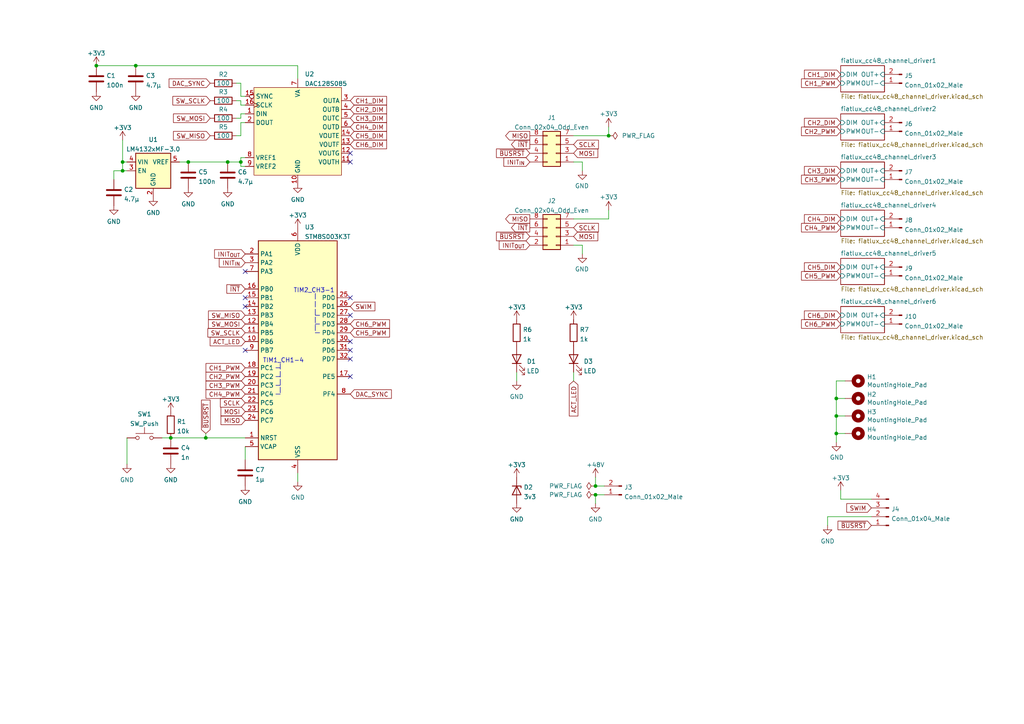
<source format=kicad_sch>
(kicad_sch (version 20211123) (generator eeschema)
  (paper "A4")
  (lib_symbols
    (symbol "Connector:Conn_01x02_Male" (pin_names (offset 1.016) hide)
      (property "Reference" "J" (at 0 2.54 0))
      (property "Value" "Conn_01x02_Male" (at 0 -5.08 0))
      (symbol "Conn_01x02_Male_1_1"
        (polyline (pts (xy 1.27 -2.54) (xy 0.8636 -2.54)) (stroke (width 0.1524)))
        (polyline (pts (xy 1.27 0) (xy 0.8636 0)) (stroke (width 0.1524)))
        (rectangle (start 0.8636 -2.413) (end 0 -2.667) (stroke (width 0.1524)) (fill (type outline)))
        (rectangle (start 0.8636 0.127) (end 0 -0.127) (stroke (width 0.1524)) (fill (type outline)))
        (pin passive line (at 5.08 0 180) (length 3.81) (name "Pin_1") (number "1"))
        (pin passive line (at 5.08 -2.54 180) (length 3.81) (name "Pin_2") (number "2"))
      )
    )
    (symbol "Connector:Conn_01x04_Male" (pin_names (offset 1.016) hide)
      (property "Reference" "J" (at 0 5.08 0))
      (property "Value" "Conn_01x04_Male" (at 0 -7.62 0))
      (symbol "Conn_01x04_Male_1_1"
        (polyline (pts (xy 1.27 -5.08) (xy 0.8636 -5.08)) (stroke (width 0.1524)))
        (polyline (pts (xy 1.27 -2.54) (xy 0.8636 -2.54)) (stroke (width 0.1524)))
        (polyline (pts (xy 1.27 0) (xy 0.8636 0)) (stroke (width 0.1524)))
        (polyline (pts (xy 1.27 2.54) (xy 0.8636 2.54)) (stroke (width 0.1524)))
        (rectangle (start 0.8636 -4.953) (end 0 -5.207) (stroke (width 0.1524)) (fill (type outline)))
        (rectangle (start 0.8636 -2.413) (end 0 -2.667) (stroke (width 0.1524)) (fill (type outline)))
        (rectangle (start 0.8636 0.127) (end 0 -0.127) (stroke (width 0.1524)) (fill (type outline)))
        (rectangle (start 0.8636 2.667) (end 0 2.413) (stroke (width 0.1524)) (fill (type outline)))
        (pin passive line (at 5.08 2.54 180) (length 3.81) (name "Pin_1") (number "1"))
        (pin passive line (at 5.08 0 180) (length 3.81) (name "Pin_2") (number "2"))
        (pin passive line (at 5.08 -2.54 180) (length 3.81) (name "Pin_3") (number "3"))
        (pin passive line (at 5.08 -5.08 180) (length 3.81) (name "Pin_4") (number "4"))
      )
    )
    (symbol "Connector_Generic:Conn_02x04_Odd_Even" (pin_names (offset 1.016) hide)
      (property "Reference" "J" (at 1.27 5.08 0))
      (property "Value" "Conn_02x04_Odd_Even" (at 1.27 -7.62 0))
      (symbol "Conn_02x04_Odd_Even_1_1"
        (rectangle (start -1.27 -4.953) (end 0 -5.207) (stroke (width 0.1524)))
        (rectangle (start -1.27 -2.413) (end 0 -2.667) (stroke (width 0.1524)))
        (rectangle (start -1.27 0.127) (end 0 -0.127) (stroke (width 0.1524)))
        (rectangle (start -1.27 2.667) (end 0 2.413) (stroke (width 0.1524)))
        (rectangle (start -1.27 3.81) (end 3.81 -6.35) (stroke (width 0.254)) (fill (type background)))
        (rectangle (start 3.81 -4.953) (end 2.54 -5.207) (stroke (width 0.1524)))
        (rectangle (start 3.81 -2.413) (end 2.54 -2.667) (stroke (width 0.1524)))
        (rectangle (start 3.81 0.127) (end 2.54 -0.127) (stroke (width 0.1524)))
        (rectangle (start 3.81 2.667) (end 2.54 2.413) (stroke (width 0.1524)))
        (pin passive line (at -5.08 2.54 0) (length 3.81) (name "Pin_1") (number "1"))
        (pin passive line (at 7.62 2.54 180) (length 3.81) (name "Pin_2") (number "2"))
        (pin passive line (at -5.08 0 0) (length 3.81) (name "Pin_3") (number "3"))
        (pin passive line (at 7.62 0 180) (length 3.81) (name "Pin_4") (number "4"))
        (pin passive line (at -5.08 -2.54 0) (length 3.81) (name "Pin_5") (number "5"))
        (pin passive line (at 7.62 -2.54 180) (length 3.81) (name "Pin_6") (number "6"))
        (pin passive line (at -5.08 -5.08 0) (length 3.81) (name "Pin_7") (number "7"))
        (pin passive line (at 7.62 -5.08 180) (length 3.81) (name "Pin_8") (number "8"))
      )
    )
    (symbol "Device:C" (pin_numbers hide) (pin_names (offset 0.254))
      (property "Reference" "C" (at 0.635 2.54 0))
      (property "Value" "C" (at 0.635 -2.54 0))
      (symbol "C_0_1"
        (polyline (pts (xy -2.032 -0.762) (xy 2.032 -0.762)) (stroke (width 0.508)))
        (polyline (pts (xy -2.032 0.762) (xy 2.032 0.762)) (stroke (width 0.508)))
      )
      (symbol "C_1_1"
        (pin passive line (at 0 3.81 270) (length 2.794) (name "~") (number "1"))
        (pin passive line (at 0 -3.81 90) (length 2.794) (name "~") (number "2"))
      )
    )
    (symbol "Device:D_Zener" (pin_numbers hide) (pin_names (offset 1.016) hide)
      (property "Reference" "D" (at 0 2.54 0))
      (property "Value" "D_Zener" (at 0 -2.54 0))
      (symbol "D_Zener_0_1"
        (polyline (pts (xy 1.27 0) (xy -1.27 0)))
        (polyline (pts (xy -1.27 -1.27) (xy -1.27 1.27) (xy -0.762 1.27)) (stroke (width 0.254)))
        (polyline (pts (xy 1.27 -1.27) (xy 1.27 1.27) (xy -1.27 0) (xy 1.27 -1.27)) (stroke (width 0.254)))
      )
      (symbol "D_Zener_1_1"
        (pin passive line (at -3.81 0 0) (length 2.54) (name "K") (number "1"))
        (pin passive line (at 3.81 0 180) (length 2.54) (name "A") (number "2"))
      )
    )
    (symbol "Device:LED" (pin_numbers hide) (pin_names (offset 1.016) hide)
      (property "Reference" "D" (at 0 2.54 0))
      (property "Value" "LED" (at 0 -2.54 0))
      (symbol "LED_0_1"
        (polyline (pts (xy -1.27 -1.27) (xy -1.27 1.27)) (stroke (width 0.254)))
        (polyline (pts (xy -1.27 0) (xy 1.27 0)))
        (polyline (pts (xy 1.27 -1.27) (xy 1.27 1.27) (xy -1.27 0) (xy 1.27 -1.27)) (stroke (width 0.254)))
        (polyline (pts (xy -3.048 -0.762) (xy -4.572 -2.286) (xy -3.81 -2.286) (xy -4.572 -2.286) (xy -4.572 -1.524)))
        (polyline (pts (xy -1.778 -0.762) (xy -3.302 -2.286) (xy -2.54 -2.286) (xy -3.302 -2.286) (xy -3.302 -1.524)))
      )
      (symbol "LED_1_1"
        (pin passive line (at -3.81 0 0) (length 2.54) (name "K") (number "1"))
        (pin passive line (at 3.81 0 180) (length 2.54) (name "A") (number "2"))
      )
    )
    (symbol "Device:R" (pin_numbers hide) (pin_names (offset 0))
      (property "Reference" "R" (at 2.032 0 90))
      (property "Value" "R" (at 0 0 90))
      (symbol "R_0_1"
        (rectangle (start -1.016 -2.54) (end 1.016 2.54) (stroke (width 0.254)))
      )
      (symbol "R_1_1"
        (pin passive line (at 0 3.81 270) (length 1.27) (name "~") (number "1"))
        (pin passive line (at 0 -3.81 90) (length 1.27) (name "~") (number "2"))
      )
    )
    (symbol "Library:DAC128S085"
      (property "Reference" "U" (at 0 -1.27 0))
      (property "Value" "DAC128S085" (at 0 1.27 0))
      (symbol "DAC128S085_0_1"
        (rectangle (start -12.7 12.7) (end 12.7 -12.7) (stroke (width 0.1524)) (fill (type background)))
      )
      (symbol "DAC128S085_1_1"
        (pin input line (at -15.24 5.08 0) (length 2.54) (name "DIN") (number "1"))
        (pin power_in line (at 0 -15.24 90) (length 2.54) (name "GND") (number "10"))
        (pin output line (at 15.24 -8.89 180) (length 2.54) (name "VOUTH") (number "11"))
        (pin output line (at 15.24 -6.35 180) (length 2.54) (name "VOUTG") (number "12"))
        (pin output line (at 15.24 -3.81 180) (length 2.54) (name "VOUTF") (number "13"))
        (pin output line (at 15.24 -1.27 180) (length 2.54) (name "VOUTE") (number "14"))
        (pin input inverted (at -15.24 10.16 0) (length 2.54) (name "SYNC") (number "15"))
        (pin input clock (at -15.24 7.62 0) (length 2.54) (name "SCLK") (number "16"))
        (pin output line (at -15.24 2.54 0) (length 2.54) (name "DOUT") (number "2"))
        (pin output line (at 15.24 8.89 180) (length 2.54) (name "OUTA") (number "3"))
        (pin output line (at 15.24 6.35 180) (length 2.54) (name "OUTB") (number "4"))
        (pin output line (at 15.24 3.81 180) (length 2.54) (name "OUTC") (number "5"))
        (pin output line (at 15.24 1.27 180) (length 2.54) (name "OUTD") (number "6"))
        (pin power_in line (at 0 15.24 270) (length 2.54) (name "VA") (number "7"))
        (pin input line (at -15.24 -7.62 0) (length 2.54) (name "VREF1") (number "8"))
        (pin input line (at -15.24 -10.16 0) (length 2.54) (name "VREF2") (number "9"))
      )
    )
    (symbol "MCU_ST_STM8:STM8S003K3T"
      (property "Reference" "U" (at 1.27 35.56 0))
      (property "Value" "STM8S003K3T" (at 1.27 33.02 0))
      (symbol "STM8S003K3T_0_1"
        (rectangle (start -11.43 31.75) (end 11.43 -31.75) (stroke (width 0.254)) (fill (type background)))
      )
      (symbol "STM8S003K3T_1_1"
        (pin input line (at -15.24 -25.4 0) (length 3.81) (name "NRST") (number "1"))
        (pin bidirectional line (at -15.24 2.54 0) (length 3.81) (name "PB6") (number "10"))
        (pin bidirectional line (at -15.24 5.08 0) (length 3.81) (name "PB5") (number "11"))
        (pin bidirectional line (at -15.24 7.62 0) (length 3.81) (name "PB4") (number "12"))
        (pin bidirectional line (at -15.24 10.16 0) (length 3.81) (name "PB3") (number "13"))
        (pin bidirectional line (at -15.24 12.7 0) (length 3.81) (name "PB2") (number "14"))
        (pin bidirectional line (at -15.24 15.24 0) (length 3.81) (name "PB1") (number "15"))
        (pin bidirectional line (at -15.24 17.78 0) (length 3.81) (name "PB0") (number "16"))
        (pin bidirectional line (at 15.24 -7.62 180) (length 3.81) (name "PE5") (number "17"))
        (pin bidirectional line (at -15.24 -5.08 0) (length 3.81) (name "PC1") (number "18"))
        (pin bidirectional line (at -15.24 -7.62 0) (length 3.81) (name "PC2") (number "19"))
        (pin bidirectional line (at -15.24 27.94 0) (length 3.81) (name "PA1") (number "2"))
        (pin bidirectional line (at -15.24 -10.16 0) (length 3.81) (name "PC3") (number "20"))
        (pin bidirectional line (at -15.24 -12.7 0) (length 3.81) (name "PC4") (number "21"))
        (pin bidirectional line (at -15.24 -15.24 0) (length 3.81) (name "PC5") (number "22"))
        (pin bidirectional line (at -15.24 -17.78 0) (length 3.81) (name "PC6") (number "23"))
        (pin bidirectional line (at -15.24 -20.32 0) (length 3.81) (name "PC7") (number "24"))
        (pin bidirectional line (at 15.24 15.24 180) (length 3.81) (name "PD0") (number "25"))
        (pin bidirectional line (at 15.24 12.7 180) (length 3.81) (name "PD1") (number "26"))
        (pin bidirectional line (at 15.24 10.16 180) (length 3.81) (name "PD2") (number "27"))
        (pin bidirectional line (at 15.24 7.62 180) (length 3.81) (name "PD3") (number "28"))
        (pin bidirectional line (at 15.24 5.08 180) (length 3.81) (name "PD4") (number "29"))
        (pin bidirectional line (at -15.24 25.4 0) (length 3.81) (name "PA2") (number "3"))
        (pin bidirectional line (at 15.24 2.54 180) (length 3.81) (name "PD5") (number "30"))
        (pin bidirectional line (at 15.24 0 180) (length 3.81) (name "PD6") (number "31"))
        (pin bidirectional line (at 15.24 -2.54 180) (length 3.81) (name "PD7") (number "32"))
        (pin power_in line (at 0 -35.56 90) (length 3.81) (name "VSS") (number "4"))
        (pin input line (at -15.24 -27.94 0) (length 3.81) (name "VCAP") (number "5"))
        (pin power_in line (at 0 35.56 270) (length 3.81) (name "VDD") (number "6"))
        (pin bidirectional line (at -15.24 22.86 0) (length 3.81) (name "PA3") (number "7"))
        (pin bidirectional line (at 15.24 -12.7 180) (length 3.81) (name "PF4") (number "8"))
        (pin bidirectional line (at -15.24 0 0) (length 3.81) (name "PB7") (number "9"))
      )
    )
    (symbol "Mechanical:MountingHole_Pad" (pin_numbers hide) (pin_names (offset 1.016) hide)
      (property "Reference" "H" (at 0 6.35 0))
      (property "Value" "MountingHole_Pad" (at 0 4.445 0))
      (symbol "MountingHole_Pad_0_1"
        (circle (center 0 1.27) (radius 1.27) (stroke (width 1.27)))
      )
      (symbol "MountingHole_Pad_1_1"
        (pin input line (at 0 -2.54 90) (length 2.54) (name "1") (number "1"))
      )
    )
    (symbol "Reference_Voltage:LM4132xMF-3.0"
      (property "Reference" "U" (at -4.318 6.096 0))
      (property "Value" "LM4132xMF-3.0" (at 7.874 6.096 0))
      (symbol "LM4132xMF-3.0_0_1"
        (rectangle (start -5.08 5.08) (end 5.08 -5.08) (stroke (width 0.254)) (fill (type background)))
      )
      (symbol "LM4132xMF-3.0_1_1"
        (pin no_connect line (at 5.08 0 180) (length 2.54) hide (name "NC") (number "1"))
        (pin power_in line (at 0 -7.62 90) (length 2.54) (name "GND") (number "2"))
        (pin input line (at -7.62 0 0) (length 2.54) (name "EN") (number "3"))
        (pin power_in line (at -7.62 2.54 0) (length 2.54) (name "VIN") (number "4"))
        (pin power_out line (at 7.62 2.54 180) (length 2.54) (name "VREF") (number "5"))
      )
    )
    (symbol "Switch:SW_Push" (pin_numbers hide) (pin_names (offset 1.016) hide)
      (property "Reference" "SW" (at 1.27 2.54 0))
      (property "Value" "SW_Push" (at 0 -1.524 0))
      (symbol "SW_Push_0_1"
        (circle (center -2.032 0) (radius 0.508))
        (polyline (pts (xy 0 1.27) (xy 0 3.048)))
        (polyline (pts (xy 2.54 1.27) (xy -2.54 1.27)))
        (circle (center 2.032 0) (radius 0.508))
        (pin passive line (at -5.08 0 0) (length 2.54) (name "1") (number "1"))
        (pin passive line (at 5.08 0 180) (length 2.54) (name "2") (number "2"))
      )
    )
    (symbol "power:+3.3V" (power) (pin_names (offset 0))
      (property "Value" "+3.3V" (at 0 3.556 0))
      (symbol "+3.3V_0_1"
        (polyline (pts (xy -0.762 1.27) (xy 0 2.54)))
        (polyline (pts (xy 0 0) (xy 0 2.54)))
        (polyline (pts (xy 0 2.54) (xy 0.762 1.27)))
      )
      (symbol "+3.3V_1_1"
        (pin power_in line (at 0 0 90) (length 0) hide (name "+3V3") (number "1"))
      )
    )
    (symbol "power:+3V3" (power) (pin_names (offset 0))
      (property "Value" "+3V3" (at 0 3.556 0))
      (symbol "+3V3_0_1"
        (polyline (pts (xy -0.762 1.27) (xy 0 2.54)))
        (polyline (pts (xy 0 0) (xy 0 2.54)))
        (polyline (pts (xy 0 2.54) (xy 0.762 1.27)))
      )
      (symbol "+3V3_1_1"
        (pin power_in line (at 0 0 90) (length 0) hide (name "+3V3") (number "1"))
      )
    )
    (symbol "power:+48V" (power) (pin_names (offset 0))
      (property "Value" "+48V" (at 0 3.556 0))
      (symbol "+48V_0_1"
        (polyline (pts (xy -0.762 1.27) (xy 0 2.54)))
        (polyline (pts (xy 0 0) (xy 0 2.54)))
        (polyline (pts (xy 0 2.54) (xy 0.762 1.27)))
      )
      (symbol "+48V_1_1"
        (pin power_in line (at 0 0 90) (length 0) hide (name "+48V") (number "1"))
      )
    )
    (symbol "power:GND" (power) (pin_names (offset 0))
      (property "Value" "GND" (at 0 -3.81 0))
      (symbol "GND_0_1"
        (polyline (pts (xy 0 0) (xy 0 -1.27) (xy 1.27 -1.27) (xy 0 -2.54) (xy -1.27 -1.27) (xy 0 -1.27)))
      )
      (symbol "GND_1_1"
        (pin power_in line (at 0 0 270) (length 0) hide (name "GND") (number "1"))
      )
    )
    (symbol "power:PWR_FLAG" (power) (pin_numbers hide) (pin_names (offset 0) hide)
      (property "Value" "PWR_FLAG" (at 0 3.81 0))
      (symbol "PWR_FLAG_0_0"
        (pin power_out line (at 0 0 90) (length 0) (name "pwr") (number "1"))
      )
      (symbol "PWR_FLAG_0_1"
        (polyline (pts (xy 0 0) (xy 0 1.27) (xy -1.016 1.905) (xy 0 2.54) (xy 1.016 1.905) (xy 0 1.27)))
      )
    )
  )
  (junction (at 35.56 49.53))
  (junction (at 242.57 115.57))
  (junction (at 35.56 46.99))
  (junction (at 172.72 140.97))
  (junction (at 66.04 46.99))
  (junction (at 39.37 19.05))
  (junction (at 69.85 46.99))
  (junction (at 54.61 46.99))
  (junction (at 242.57 125.73))
  (junction (at 172.72 143.51))
  (junction (at 27.94 19.05))
  (junction (at 242.57 120.65))
  (junction (at 49.53 127))
  (junction (at 176.53 39.37))
  (junction (at 59.69 127))
  (no_connect (at 101.6 109.22))
  (no_connect (at 101.6 44.45))
  (no_connect (at 101.6 46.99))
  (no_connect (at 101.6 101.6))
  (no_connect (at 101.6 99.06))
  (no_connect (at 101.6 104.14))
  (no_connect (at 71.12 88.9))
  (no_connect (at 101.6 86.36))
  (no_connect (at 71.12 78.74))
  (no_connect (at 71.12 101.6))
  (no_connect (at 71.12 86.36))
  (no_connect (at 101.6 91.44))
  (wire (pts (xy 69.85 27.94) (xy 69.85 24.13)))
  (wire (pts (xy 86.36 19.05) (xy 86.36 22.86)))
  (wire (pts (xy 27.94 19.05) (xy 39.37 19.05)))
  (wire (pts (xy 35.56 49.53) (xy 33.02 49.53)))
  (wire (pts (xy 35.56 49.53) (xy 35.56 46.99)))
  (wire (pts (xy 243.84 144.78) (xy 243.84 142.24)))
  (wire (pts (xy 69.85 46.99) (xy 69.85 48.26)))
  (wire (pts (xy 176.53 36.83) (xy 176.53 39.37)))
  (polyline (pts (xy 91.44 91.44) (xy 92.71 91.44)))
  (wire (pts (xy 59.69 127) (xy 71.12 127)))
  (wire (pts (xy 69.85 39.37) (xy 68.58 39.37)))
  (wire (pts (xy 39.37 19.05) (xy 86.36 19.05)))
  (wire (pts (xy 252.73 144.78) (xy 243.84 144.78)))
  (wire (pts (xy 242.57 115.57) (xy 242.57 120.65)))
  (wire (pts (xy 69.85 24.13) (xy 68.58 24.13)))
  (wire (pts (xy 242.57 115.57) (xy 245.11 115.57)))
  (wire (pts (xy 166.37 46.99) (xy 168.91 46.99)))
  (polyline (pts (xy 91.44 85.09) (xy 91.44 96.52)))
  (wire (pts (xy 69.85 45.72) (xy 69.85 46.99)))
  (wire (pts (xy 66.04 46.99) (xy 69.85 46.99)))
  (wire (pts (xy 172.72 140.97) (xy 175.26 140.97)))
  (wire (pts (xy 242.57 125.73) (xy 242.57 128.27)))
  (polyline (pts (xy 91.44 93.98) (xy 92.71 93.98)))
  (wire (pts (xy 35.56 46.99) (xy 36.83 46.99)))
  (wire (pts (xy 176.53 39.37) (xy 166.37 39.37)))
  (wire (pts (xy 240.03 149.86) (xy 240.03 152.4)))
  (wire (pts (xy 242.57 120.65) (xy 245.11 120.65)))
  (wire (pts (xy 36.83 49.53) (xy 35.56 49.53)))
  (wire (pts (xy 168.91 46.99) (xy 168.91 49.53)))
  (polyline (pts (xy 80.01 111.76) (xy 81.28 111.76)))
  (wire (pts (xy 69.85 45.72) (xy 71.12 45.72)))
  (wire (pts (xy 240.03 149.86) (xy 252.73 149.86)))
  (wire (pts (xy 49.53 127) (xy 59.69 127)))
  (polyline (pts (xy 80.01 109.22) (xy 81.28 109.22)))
  (polyline (pts (xy 91.44 96.52) (xy 92.71 96.52)))
  (wire (pts (xy 175.26 143.51) (xy 172.72 143.51)))
  (wire (pts (xy 52.07 46.99) (xy 54.61 46.99)))
  (wire (pts (xy 69.85 30.48) (xy 71.12 30.48)))
  (wire (pts (xy 168.91 71.12) (xy 168.91 73.66)))
  (wire (pts (xy 46.99 127) (xy 49.53 127)))
  (wire (pts (xy 242.57 110.49) (xy 242.57 115.57)))
  (wire (pts (xy 36.83 127) (xy 36.83 134.62)))
  (wire (pts (xy 176.53 63.5) (xy 166.37 63.5)))
  (wire (pts (xy 172.72 138.43) (xy 172.72 140.97)))
  (wire (pts (xy 71.12 48.26) (xy 69.85 48.26)))
  (wire (pts (xy 69.85 33.02) (xy 69.85 34.29)))
  (wire (pts (xy 71.12 33.02) (xy 69.85 33.02)))
  (wire (pts (xy 69.85 29.21) (xy 69.85 30.48)))
  (polyline (pts (xy 80.01 114.3) (xy 81.28 114.3)))
  (wire (pts (xy 176.53 60.96) (xy 176.53 63.5)))
  (wire (pts (xy 149.86 107.95) (xy 149.86 110.49)))
  (wire (pts (xy 245.11 110.49) (xy 242.57 110.49)))
  (wire (pts (xy 71.12 27.94) (xy 69.85 27.94)))
  (wire (pts (xy 71.12 35.56) (xy 69.85 35.56)))
  (polyline (pts (xy 81.28 105.41) (xy 81.28 114.3)))
  (wire (pts (xy 86.36 137.16) (xy 86.36 139.7)))
  (wire (pts (xy 35.56 40.64) (xy 35.56 46.99)))
  (wire (pts (xy 68.58 34.29) (xy 69.85 34.29)))
  (wire (pts (xy 172.72 143.51) (xy 172.72 146.05)))
  (polyline (pts (xy 80.01 106.68) (xy 81.28 106.68)))
  (wire (pts (xy 166.37 71.12) (xy 168.91 71.12)))
  (wire (pts (xy 33.02 49.53) (xy 33.02 52.07)))
  (wire (pts (xy 245.11 125.73) (xy 242.57 125.73)))
  (wire (pts (xy 59.69 125.73) (xy 59.69 127)))
  (wire (pts (xy 68.58 29.21) (xy 69.85 29.21)))
  (wire (pts (xy 71.12 129.54) (xy 71.12 133.35)))
  (wire (pts (xy 242.57 120.65) (xy 242.57 125.73)))
  (wire (pts (xy 166.37 107.95) (xy 166.37 110.49)))
  (wire (pts (xy 54.61 46.99) (xy 66.04 46.99)))
  (wire (pts (xy 69.85 35.56) (xy 69.85 39.37)))
  (text "TIM1_CH1-4" (at 76.2 105.41 0) (effects (font (size 1.27 1.27)) (justify left bottom)))
  (text "TIM2_CH3-1" (at 85.09 85.09 0) (effects (font (size 1.27 1.27)) (justify left bottom)))
  (global_label "CH6_DIM" (shape input) (at 243.84 91.44 180) (property "Intersheet References" "${INTERSHEET_REFS}" (effects hide)))
  (global_label "SW_SCLK" (shape input) (at 60.96 29.21 180) (property "Intersheet References" "${INTERSHEET_REFS}" (effects hide)))
  (global_label "INIT_{OUT}" (shape input) (at 153.67 71.12 180) (property "Referenzen zwischen Schaltplänen" "${INTERSHEET_REFS}" (effects hide)))
  (global_label "CH2_DIM" (shape input) (at 101.6 31.75 0) (property "Intersheet References" "${INTERSHEET_REFS}" (effects hide)))
  (global_label "CH5_PWM" (shape input) (at 101.6 96.52 0) (property "Intersheet References" "${INTERSHEET_REFS}" (effects hide)))
  (global_label "CH5_DIM" (shape input) (at 243.84 77.47 180) (property "Intersheet References" "${INTERSHEET_REFS}" (effects hide)))
  (global_label "SCLK" (shape input) (at 166.37 66.04 0) (property "Referenzen zwischen Schaltplänen" "${INTERSHEET_REFS}" (effects hide)))
  (global_label "MOSI" (shape input) (at 166.37 68.58 0) (property "Referenzen zwischen Schaltplänen" "${INTERSHEET_REFS}" (effects hide)))
  (global_label "SW_MISO" (shape input) (at 71.12 91.44 180) (property "Intersheet References" "${INTERSHEET_REFS}" (effects hide)))
  (global_label "SW_MOSI" (shape input) (at 71.12 93.98 180) (property "Intersheet References" "${INTERSHEET_REFS}" (effects hide)))
  (global_label "CH2_PWM" (shape input) (at 71.12 109.22 180) (property "Intersheet References" "${INTERSHEET_REFS}" (effects hide)))
  (global_label "CH4_PWM" (shape input) (at 71.12 114.3 180) (property "Intersheet References" "${INTERSHEET_REFS}" (effects hide)))
  (global_label "~{BUSRST}" (shape input) (at 252.73 152.4 180) (property "Referenzen zwischen Schaltplänen" "${INTERSHEET_REFS}" (effects hide)))
  (global_label "ACT_LED" (shape input) (at 166.37 110.49 270) (property "Intersheet References" "${INTERSHEET_REFS}" (effects hide)))
  (global_label "INIT_{IN}" (shape input) (at 153.67 46.99 180) (property "Referenzen zwischen Schaltplänen" "${INTERSHEET_REFS}" (effects hide)))
  (global_label "SCLK" (shape input) (at 166.37 41.91 0) (property "Referenzen zwischen Schaltplänen" "${INTERSHEET_REFS}" (effects hide)))
  (global_label "MOSI" (shape input) (at 166.37 44.45 0) (property "Referenzen zwischen Schaltplänen" "${INTERSHEET_REFS}" (effects hide)))
  (global_label "~{INT}" (shape output) (at 153.67 41.91 180) (property "Referenzen zwischen Schaltplänen" "${INTERSHEET_REFS}" (effects hide)))
  (global_label "SWIM" (shape input) (at 101.6 88.9 0) (property "Intersheet References" "${INTERSHEET_REFS}" (effects hide)))
  (global_label "CH1_DIM" (shape input) (at 101.6 29.21 0) (property "Intersheet References" "${INTERSHEET_REFS}" (effects hide)))
  (global_label "SWIM" (shape input) (at 252.73 147.32 180) (property "Intersheet References" "${INTERSHEET_REFS}" (effects hide)))
  (global_label "CH3_DIM" (shape input) (at 101.6 34.29 0) (property "Intersheet References" "${INTERSHEET_REFS}" (effects hide)))
  (global_label "SW_MOSI" (shape input) (at 60.96 34.29 180) (property "Intersheet References" "${INTERSHEET_REFS}" (effects hide)))
  (global_label "MISO" (shape output) (at 153.67 63.5 180) (property "Referenzen zwischen Schaltplänen" "${INTERSHEET_REFS}" (effects hide)))
  (global_label "~{INT}" (shape output) (at 153.67 66.04 180) (property "Referenzen zwischen Schaltplänen" "${INTERSHEET_REFS}" (effects hide)))
  (global_label "CH6_PWM" (shape input) (at 243.84 93.98 180) (property "Intersheet References" "${INTERSHEET_REFS}" (effects hide)))
  (global_label "CH3_DIM" (shape input) (at 243.84 49.53 180) (property "Intersheet References" "${INTERSHEET_REFS}" (effects hide)))
  (global_label "CH3_PWM" (shape input) (at 71.12 111.76 180) (property "Intersheet References" "${INTERSHEET_REFS}" (effects hide)))
  (global_label "CH1_PWM" (shape input) (at 71.12 106.68 180) (property "Intersheet References" "${INTERSHEET_REFS}" (effects hide)))
  (global_label "MOSI" (shape input) (at 71.12 119.38 180) (property "Intersheet References" "${INTERSHEET_REFS}" (effects hide)))
  (global_label "SW_SCLK" (shape input) (at 71.12 96.52 180) (property "Intersheet References" "${INTERSHEET_REFS}" (effects hide)))
  (global_label "CH4_DIM" (shape input) (at 243.84 63.5 180) (property "Intersheet References" "${INTERSHEET_REFS}" (effects hide)))
  (global_label "DAC_SYNC" (shape input) (at 60.96 24.13 180) (property "Intersheet References" "${INTERSHEET_REFS}" (effects hide)))
  (global_label "SCLK" (shape input) (at 71.12 116.84 180) (property "Intersheet References" "${INTERSHEET_REFS}" (effects hide)))
  (global_label "~{BUSRST}" (shape input) (at 153.67 44.45 180) (property "Referenzen zwischen Schaltplänen" "${INTERSHEET_REFS}" (effects hide)))
  (global_label "CH3_PWM" (shape input) (at 243.84 52.07 180) (property "Intersheet References" "${INTERSHEET_REFS}" (effects hide)))
  (global_label "DAC_SYNC" (shape input) (at 101.6 114.3 0) (property "Intersheet References" "${INTERSHEET_REFS}" (effects hide)))
  (global_label "MISO" (shape output) (at 153.67 39.37 180) (property "Referenzen zwischen Schaltplänen" "${INTERSHEET_REFS}" (effects hide)))
  (global_label "CH5_DIM" (shape input) (at 101.6 39.37 0) (property "Intersheet References" "${INTERSHEET_REFS}" (effects hide)))
  (global_label "INIT_{IN}" (shape input) (at 71.12 76.2 180) (property "Intersheet References" "${INTERSHEET_REFS}" (effects hide)))
  (global_label "~{BUSRST}" (shape input) (at 59.69 125.73 90) (property "Referenzen zwischen Schaltplänen" "${INTERSHEET_REFS}" (effects hide)))
  (global_label "CH2_PWM" (shape input) (at 243.84 38.1 180) (property "Intersheet References" "${INTERSHEET_REFS}" (effects hide)))
  (global_label "SW_MISO" (shape input) (at 60.96 39.37 180) (property "Intersheet References" "${INTERSHEET_REFS}" (effects hide)))
  (global_label "INIT_{OUT}" (shape input) (at 71.12 73.66 180) (property "Intersheet References" "${INTERSHEET_REFS}" (effects hide)))
  (global_label "CH5_PWM" (shape input) (at 243.84 80.01 180) (property "Intersheet References" "${INTERSHEET_REFS}" (effects hide)))
  (global_label "CH2_DIM" (shape input) (at 243.84 35.56 180) (property "Intersheet References" "${INTERSHEET_REFS}" (effects hide)))
  (global_label "CH4_PWM" (shape input) (at 243.84 66.04 180) (property "Intersheet References" "${INTERSHEET_REFS}" (effects hide)))
  (global_label "CH6_PWM" (shape input) (at 101.6 93.98 0) (property "Intersheet References" "${INTERSHEET_REFS}" (effects hide)))
  (global_label "~{INT}" (shape input) (at 71.12 83.82 180) (property "Intersheet References" "${INTERSHEET_REFS}" (effects hide)))
  (global_label "CH6_DIM" (shape input) (at 101.6 41.91 0) (property "Intersheet References" "${INTERSHEET_REFS}" (effects hide)))
  (global_label "ACT_LED" (shape input) (at 71.12 99.06 180) (property "Intersheet References" "${INTERSHEET_REFS}" (effects hide)))
  (global_label "MISO" (shape input) (at 71.12 121.92 180) (property "Intersheet References" "${INTERSHEET_REFS}" (effects hide)))
  (global_label "CH1_PWM" (shape input) (at 243.84 24.13 180) (property "Intersheet References" "${INTERSHEET_REFS}" (effects hide)))
  (global_label "CH1_DIM" (shape input) (at 243.84 21.59 180) (property "Intersheet References" "${INTERSHEET_REFS}" (effects hide)))
  (global_label "~{BUSRST}" (shape input) (at 153.67 68.58 180) (property "Referenzen zwischen Schaltplänen" "${INTERSHEET_REFS}" (effects hide)))
  (global_label "CH4_DIM" (shape input) (at 101.6 36.83 0) (property "Intersheet References" "${INTERSHEET_REFS}" (effects hide)))
  (symbol (lib_id "Mechanical:MountingHole_Pad") (at 247.65 125.73 270) (unit 1)
    (property "Reference" "H4" (at 251.46 124.5616 90) (effects (justify left)))
    (property "Value" "MountingHole_Pad" (at 251.46 126.873 90) (effects (justify left)))
    (property "Footprint" "MountingHole:MountingHole_2.2mm_M2_Pad_Via" (effects hide))
    (property "LCSC" "-" (effects hide))
  )
  (symbol (lib_id "Device:LED") (at 166.37 104.14 90) (unit 1)
    (property "Reference" "D3" (at 169.291 104.819 90) (effects (justify right)))
    (property "Value" "LED" (at 169.291 107.5941 90) (effects (justify right)))
    (property "Footprint" "LED_SMD:LED_0805_2012Metric" (effects hide))
  )
  (symbol (lib_id "power:PWR_FLAG") (at 172.72 140.97 90) (unit 1)
    (property "Reference" "#FLG01" (effects hide))
    (property "Value" "PWR_FLAG" (at 168.91 140.9699 90) (effects (justify left)))
  )
  (symbol (lib_id "Device:D_Zener") (at 149.86 142.24 270) (unit 1)
    (property "Reference" "D2" (at 151.892 141.3315 90) (effects (justify left)))
    (property "Value" "3v3" (at 151.892 144.1066 90) (effects (justify left)))
    (property "Footprint" "Diode_SMD:D_MiniMELF" (effects hide))
  )
  (symbol (lib_id "power:GND") (at 71.12 140.97 0) (unit 1)
    (property "Reference" "#PWR012" (effects hide))
    (property "Value" "GND" (at 71.12 145.5325 0))
  )
  (symbol (lib_id "Device:C") (at 27.94 22.86 0) (unit 1)
    (property "Reference" "C1" (at 30.861 21.9515 0) (effects (justify left)))
    (property "Value" "100n" (at 30.861 24.7266 0) (effects (justify left)))
    (property "Footprint" "Capacitor_SMD:C_0805_2012Metric" (effects hide))
  )
  (symbol (lib_id "power:GND") (at 66.04 54.61 0) (unit 1)
    (property "Reference" "#PWR011" (effects hide))
    (property "Value" "GND" (at 66.04 59.1725 0))
  )
  (symbol (lib_id "Device:R") (at 149.86 96.52 0) (unit 1)
    (property "Reference" "R6" (at 151.638 95.6115 0) (effects (justify left)))
    (property "Value" "1k" (at 151.638 98.3866 0) (effects (justify left)))
    (property "Footprint" "Resistor_SMD:R_0603_1608Metric" (effects hide))
  )
  (symbol (lib_id "Connector:Conn_01x02_Male") (at 261.62 38.1 180) (unit 1)
    (property "Reference" "J6" (at 262.3312 35.9215 0) (effects (justify right)))
    (property "Value" "Conn_01x02_Male" (at 262.3312 38.6966 0) (effects (justify right)))
    (property "Footprint" "TerminalBlock:TerminalBlock_bornier-2_P5.08mm" (effects hide))
  )
  (symbol (lib_id "Connector:Conn_01x02_Male") (at 180.34 143.51 180) (unit 1)
    (property "Reference" "J3" (at 181.0512 141.3315 0) (effects (justify right)))
    (property "Value" "Conn_01x02_Male" (at 181.0512 144.1066 0) (effects (justify right)))
    (property "Footprint" "TerminalBlock:TerminalBlock_bornier-2_P5.08mm" (effects hide))
  )
  (symbol (lib_id "power:+3V3") (at 35.56 40.64 0) (unit 1)
    (property "Reference" "#PWR04" (effects hide))
    (property "Value" "+3V3" (at 35.56 37.0355 0))
  )
  (symbol (lib_id "Mechanical:MountingHole_Pad") (at 247.65 115.57 270) (unit 1)
    (property "Reference" "H2" (at 251.46 114.4016 90) (effects (justify left)))
    (property "Value" "MountingHole_Pad" (at 251.46 116.713 90) (effects (justify left)))
    (property "Footprint" "MountingHole:MountingHole_2.2mm_M2_Pad_Via" (effects hide))
    (property "LCSC" "-" (effects hide))
  )
  (symbol (lib_id "power:GND") (at 39.37 26.67 0) (unit 1)
    (property "Reference" "#PWR06" (effects hide))
    (property "Value" "GND" (at 39.37 31.2325 0))
  )
  (symbol (lib_id "Device:R") (at 166.37 96.52 0) (unit 1)
    (property "Reference" "R7" (at 168.148 95.6115 0) (effects (justify left)))
    (property "Value" "1k" (at 168.148 98.3866 0) (effects (justify left)))
    (property "Footprint" "Resistor_SMD:R_0603_1608Metric" (effects hide))
  )
  (symbol (lib_id "Connector:Conn_01x02_Male") (at 261.62 80.01 180) (unit 1)
    (property "Reference" "J9" (at 262.3312 77.8315 0) (effects (justify right)))
    (property "Value" "Conn_01x02_Male" (at 262.3312 80.6066 0) (effects (justify right)))
    (property "Footprint" "TerminalBlock:TerminalBlock_bornier-2_P5.08mm" (effects hide))
  )
  (symbol (lib_id "power:GND") (at 242.57 128.27 0) (unit 1)
    (property "Reference" "#PWR028" (effects hide))
    (property "Value" "GND" (at 242.697 132.6642 0))
  )
  (symbol (lib_id "Device:C") (at 66.04 50.8 0) (unit 1)
    (property "Reference" "C6" (at 68.961 49.8915 0) (effects (justify left)))
    (property "Value" "4.7µ" (at 68.961 52.6666 0) (effects (justify left)))
    (property "Footprint" "Capacitor_SMD:C_0805_2012Metric" (effects hide))
  )
  (symbol (lib_id "Connector:Conn_01x02_Male") (at 261.62 66.04 180) (unit 1)
    (property "Reference" "J8" (at 262.3312 63.8615 0) (effects (justify right)))
    (property "Value" "Conn_01x02_Male" (at 262.3312 66.6366 0) (effects (justify right)))
    (property "Footprint" "TerminalBlock:TerminalBlock_bornier-2_P5.08mm" (effects hide))
  )
  (symbol (lib_id "power:GND") (at 27.94 26.67 0) (unit 1)
    (property "Reference" "#PWR02" (effects hide))
    (property "Value" "GND" (at 27.94 31.2325 0))
  )
  (symbol (lib_id "Device:C") (at 54.61 50.8 0) (unit 1)
    (property "Reference" "C5" (at 57.531 49.8915 0) (effects (justify left)))
    (property "Value" "100n" (at 57.531 52.6666 0) (effects (justify left)))
    (property "Footprint" "Capacitor_SMD:C_0805_2012Metric" (effects hide))
  )
  (symbol (lib_id "power:+48V") (at 172.72 138.43 0) (unit 1)
    (property "Reference" "#PWR023" (effects hide))
    (property "Value" "+48V" (at 172.72 134.8255 0))
  )
  (symbol (lib_id "Device:R") (at 64.77 24.13 90) (unit 1)
    (property "Reference" "R2" (at 64.77 21.59 90))
    (property "Value" "100" (at 64.77 24.13 90))
    (property "Footprint" "Resistor_SMD:R_0603_1608Metric" (effects hide))
  )
  (symbol (lib_id "Connector:Conn_01x04_Male") (at 257.81 149.86 180) (unit 1)
    (property "Reference" "J4" (at 258.5212 147.6815 0) (effects (justify right)))
    (property "Value" "Conn_01x04_Male" (at 258.5212 150.4566 0) (effects (justify right)))
    (property "Footprint" "Connector_PinHeader_2.54mm:PinHeader_1x04_P2.54mm_Vertical" (effects hide))
  )
  (symbol (lib_id "power:GND") (at 44.45 57.15 0) (unit 1)
    (property "Reference" "#PWR07" (effects hide))
    (property "Value" "GND" (at 44.45 61.7125 0))
  )
  (symbol (lib_id "Device:C") (at 49.53 130.81 0) (unit 1)
    (property "Reference" "C4" (at 52.451 129.9015 0) (effects (justify left)))
    (property "Value" "1n" (at 52.451 132.6766 0) (effects (justify left)))
    (property "Footprint" "Capacitor_SMD:C_0805_2012Metric" (effects hide))
  )
  (symbol (lib_id "Connector:Conn_01x02_Male") (at 261.62 52.07 180) (unit 1)
    (property "Reference" "J7" (at 262.3312 49.8915 0) (effects (justify right)))
    (property "Value" "Conn_01x02_Male" (at 262.3312 52.6666 0) (effects (justify right)))
    (property "Footprint" "TerminalBlock:TerminalBlock_bornier-2_P5.08mm" (effects hide))
  )
  (symbol (lib_id "Device:R") (at 64.77 39.37 90) (unit 1)
    (property "Reference" "R5" (at 64.77 36.83 90))
    (property "Value" "100" (at 64.77 39.37 90))
    (property "Footprint" "Resistor_SMD:R_0603_1608Metric" (effects hide))
  )
  (symbol (lib_id "MCU_ST_STM8:STM8S003K3T") (at 86.36 101.6 0) (unit 1)
    (property "Reference" "U3" (at 88.3794 65.8835 0) (effects (justify left)))
    (property "Value" "STM8S003K3T" (at 88.3794 68.6586 0) (effects (justify left)))
    (property "Footprint" "Package_QFP:LQFP-32_7x7mm_P0.8mm" (effects hide))
    (property "Datasheet" "http://www.st.com/st-web-ui/static/active/en/resource/technical/document/datasheet/DM00024550.pdf" (effects hide))
  )
  (symbol (lib_id "Mechanical:MountingHole_Pad") (at 247.65 120.65 270) (unit 1)
    (property "Reference" "H3" (at 251.46 119.4816 90) (effects (justify left)))
    (property "Value" "MountingHole_Pad" (at 251.46 121.793 90) (effects (justify left)))
    (property "Footprint" "MountingHole:MountingHole_2.2mm_M2_Pad_Via" (effects hide))
    (property "LCSC" "-" (effects hide))
  )
  (symbol (lib_id "power:GND") (at 168.91 49.53 0) (mirror y) (unit 1)
    (property "Reference" "#PWR021" (effects hide))
    (property "Value" "GND" (at 168.783 53.9242 0))
  )
  (symbol (lib_id "power:GND") (at 36.83 134.62 0) (unit 1)
    (property "Reference" "#PWR05" (effects hide))
    (property "Value" "GND" (at 36.83 139.1825 0))
  )
  (symbol (lib_id "Connector:Conn_01x02_Male") (at 261.62 93.98 180) (unit 1)
    (property "Reference" "J10" (at 262.3312 91.8015 0) (effects (justify right)))
    (property "Value" "Conn_01x02_Male" (at 262.3312 94.5766 0) (effects (justify right)))
    (property "Footprint" "TerminalBlock:TerminalBlock_bornier-2_P5.08mm" (effects hide))
  )
  (symbol (lib_id "power:GND") (at 240.03 152.4 0) (unit 1)
    (property "Reference" "#PWR027" (effects hide))
    (property "Value" "GND" (at 240.03 156.9625 0))
  )
  (symbol (lib_id "power:GND") (at 54.61 54.61 0) (unit 1)
    (property "Reference" "#PWR010" (effects hide))
    (property "Value" "GND" (at 54.61 59.1725 0))
  )
  (symbol (lib_id "power:+3.3V") (at 176.53 60.96 0) (unit 1)
    (property "Reference" "#PWR026" (effects hide))
    (property "Value" "+3.3V" (at 176.53 57.15 0))
  )
  (symbol (lib_id "Device:R") (at 49.53 123.19 0) (unit 1)
    (property "Reference" "R1" (at 51.308 122.2815 0) (effects (justify left)))
    (property "Value" "10k" (at 51.308 125.0566 0) (effects (justify left)))
    (property "Footprint" "Resistor_SMD:R_0603_1608Metric" (effects hide))
  )
  (symbol (lib_id "Library:DAC128S085") (at 86.36 38.1 0) (unit 1)
    (property "Reference" "U2" (at 88.3794 21.4843 0) (effects (justify left)))
    (property "Value" "DAC128S085" (at 88.3794 24.2594 0) (effects (justify left)))
    (property "Footprint" "Package_SO:SSOP-16_3.9x4.9mm_P0.635mm" (effects hide))
  )
  (symbol (lib_id "power:+3V3") (at 149.86 92.71 0) (unit 1)
    (property "Reference" "#PWR016" (effects hide))
    (property "Value" "+3V3" (at 149.86 89.1055 0))
  )
  (symbol (lib_id "power:GND") (at 172.72 146.05 0) (unit 1)
    (property "Reference" "#PWR024" (effects hide))
    (property "Value" "GND" (at 172.72 150.6125 0))
  )
  (symbol (lib_id "Mechanical:MountingHole_Pad") (at 247.65 110.49 270) (unit 1)
    (property "Reference" "H1" (at 251.46 109.3216 90) (effects (justify left)))
    (property "Value" "MountingHole_Pad" (at 251.46 111.633 90) (effects (justify left)))
    (property "Footprint" "MountingHole:MountingHole_2.2mm_M2_Pad_Via" (effects hide))
    (property "LCSC" "-" (effects hide))
  )
  (symbol (lib_id "Reference_Voltage:LM4132xMF-3.0") (at 44.45 49.53 0) (unit 1)
    (property "Reference" "U1" (at 44.45 40.4835 0))
    (property "Value" "LM4132xMF-3.0" (at 44.45 43.2586 0))
    (property "Footprint" "Package_TO_SOT_SMD:SOT-23-5" (effects hide))
    (property "Datasheet" "http://www.ti.com/lit/ds/symlink/lm4132.pdf" (effects hide))
  )
  (symbol (lib_id "power:GND") (at 168.91 73.66 0) (mirror y) (unit 1)
    (property "Reference" "#PWR022" (effects hide))
    (property "Value" "GND" (at 168.783 78.0542 0))
  )
  (symbol (lib_id "power:GND") (at 149.86 110.49 0) (unit 1)
    (property "Reference" "#PWR017" (effects hide))
    (property "Value" "GND" (at 149.86 115.0525 0))
  )
  (symbol (lib_id "power:+3V3") (at 27.94 19.05 0) (unit 1)
    (property "Reference" "#PWR01" (effects hide))
    (property "Value" "+3V3" (at 27.94 15.4455 0))
  )
  (symbol (lib_id "power:GND") (at 49.53 134.62 0) (unit 1)
    (property "Reference" "#PWR09" (effects hide))
    (property "Value" "GND" (at 49.53 139.1825 0))
  )
  (symbol (lib_id "power:PWR_FLAG") (at 176.53 39.37 270) (unit 1)
    (property "Reference" "#FLG03" (effects hide))
    (property "Value" "PWR_FLAG" (at 180.34 39.3699 90) (effects (justify left)))
  )
  (symbol (lib_id "power:+3V3") (at 166.37 92.71 0) (unit 1)
    (property "Reference" "#PWR020" (effects hide))
    (property "Value" "+3V3" (at 166.37 89.1055 0))
  )
  (symbol (lib_id "power:PWR_FLAG") (at 172.72 143.51 90) (unit 1)
    (property "Reference" "#FLG02" (effects hide))
    (property "Value" "PWR_FLAG" (at 168.91 143.5099 90) (effects (justify left)))
  )
  (symbol (lib_id "Device:C") (at 39.37 22.86 0) (unit 1)
    (property "Reference" "C3" (at 42.291 21.9515 0) (effects (justify left)))
    (property "Value" "4.7µ" (at 42.291 24.7266 0) (effects (justify left)))
    (property "Footprint" "Capacitor_SMD:C_0805_2012Metric" (effects hide))
  )
  (symbol (lib_id "power:+3V3") (at 49.53 119.38 0) (unit 1)
    (property "Reference" "#PWR08" (effects hide))
    (property "Value" "+3V3" (at 49.53 115.7755 0))
  )
  (symbol (lib_id "power:GND") (at 86.36 139.7 0) (unit 1)
    (property "Reference" "#PWR015" (effects hide))
    (property "Value" "GND" (at 86.36 144.2625 0))
  )
  (symbol (lib_id "power:+3V3") (at 243.84 142.24 0) (unit 1)
    (property "Reference" "#PWR029" (effects hide))
    (property "Value" "+3V3" (at 243.84 138.6355 0))
  )
  (symbol (lib_id "power:+3V3") (at 149.86 138.43 0) (unit 1)
    (property "Reference" "#PWR018" (effects hide))
    (property "Value" "+3V3" (at 149.86 134.8255 0))
  )
  (symbol (lib_id "Device:LED") (at 149.86 104.14 90) (unit 1)
    (property "Reference" "D1" (at 152.781 104.819 90) (effects (justify right)))
    (property "Value" "LED" (at 152.781 107.5941 90) (effects (justify right)))
    (property "Footprint" "LED_SMD:LED_0805_2012Metric" (effects hide))
  )
  (symbol (lib_id "Connector:Conn_01x02_Male") (at 261.62 24.13 180) (unit 1)
    (property "Reference" "J5" (at 262.3312 21.9515 0) (effects (justify right)))
    (property "Value" "Conn_01x02_Male" (at 262.3312 24.7266 0) (effects (justify right)))
    (property "Footprint" "TerminalBlock:TerminalBlock_bornier-2_P5.08mm" (effects hide))
  )
  (symbol (lib_id "Device:R") (at 64.77 34.29 90) (unit 1)
    (property "Reference" "R4" (at 64.77 31.75 90))
    (property "Value" "100" (at 64.77 34.29 90))
    (property "Footprint" "Resistor_SMD:R_0603_1608Metric" (effects hide))
  )
  (symbol (lib_id "Connector_Generic:Conn_02x04_Odd_Even") (at 161.29 68.58 180) (unit 1)
    (property "Reference" "J2" (at 160.02 58.2635 0))
    (property "Value" "Conn_02x04_Odd_Even" (at 160.02 61.0386 0))
    (property "Footprint" "Connector_PinHeader_2.54mm:PinHeader_2x04_P2.54mm_Vertical" (effects hide))
  )
  (symbol (lib_id "power:GND") (at 149.86 146.05 0) (unit 1)
    (property "Reference" "#PWR019" (effects hide))
    (property "Value" "GND" (at 149.86 150.6125 0))
  )
  (symbol (lib_id "power:+3V3") (at 86.36 66.04 0) (unit 1)
    (property "Reference" "#PWR014" (effects hide))
    (property "Value" "+3V3" (at 86.36 62.4355 0))
  )
  (symbol (lib_id "power:+3.3V") (at 176.53 36.83 0) (unit 1)
    (property "Reference" "#PWR025" (effects hide))
    (property "Value" "+3.3V" (at 176.53 33.02 0))
  )
  (symbol (lib_id "power:GND") (at 33.02 59.69 0) (unit 1)
    (property "Reference" "#PWR03" (effects hide))
    (property "Value" "GND" (at 33.02 64.2525 0))
  )
  (symbol (lib_id "Device:R") (at 64.77 29.21 90) (unit 1)
    (property "Reference" "R3" (at 64.77 26.67 90))
    (property "Value" "100" (at 64.77 29.21 90))
    (property "Footprint" "Resistor_SMD:R_0603_1608Metric" (effects hide))
  )
  (symbol (lib_id "Device:C") (at 33.02 55.88 0) (unit 1)
    (property "Reference" "C2" (at 35.941 54.9715 0) (effects (justify left)))
    (property "Value" "4.7µ" (at 35.941 57.7466 0) (effects (justify left)))
    (property "Footprint" "Capacitor_SMD:C_0805_2012Metric" (effects hide))
  )
  (symbol (lib_id "Connector_Generic:Conn_02x04_Odd_Even") (at 161.29 44.45 180) (unit 1)
    (property "Reference" "J1" (at 160.02 34.1335 0))
    (property "Value" "Conn_02x04_Odd_Even" (at 160.02 36.9086 0))
    (property "Footprint" "Connector_PinHeader_2.54mm:PinHeader_2x04_P2.54mm_Vertical" (effects hide))
  )
  (symbol (lib_id "power:GND") (at 86.36 53.34 0) (unit 1)
    (property "Reference" "#PWR013" (effects hide))
    (property "Value" "GND" (at 86.36 57.9025 0))
  )
  (symbol (lib_id "Device:C") (at 71.12 137.16 0) (unit 1)
    (property "Reference" "C7" (at 74.041 136.2515 0) (effects (justify left)))
    (property "Value" "1µ" (at 74.041 139.0266 0) (effects (justify left)))
    (property "Footprint" "Capacitor_SMD:C_0805_2012Metric" (effects hide))
  )
  (symbol (lib_id "Switch:SW_Push") (at 41.91 127 0) (unit 1)
    (property "Reference" "SW1" (at 41.91 120.1125 0))
    (property "Value" "SW_Push" (at 41.91 122.8876 0))
    (property "Footprint" "Button_Switch_SMD:SW_SPST_EVQPE1" (effects hide))
  )
  (sheet (at 243.84 46.99) (size 12.7 7.62) (stroke (width 0.1524))
    (property "Sheet name" "fiatlux_cc48_channel_driver3" (at 243.84 46.2784 0) (effects (justify left bottom)))
    (property "Sheet file" "fiatlux_cc48_channel_driver.kicad_sch" (at 243.84 55.1946 0) (effects (justify left top)))
    (pin "OUT-" input (at 256.54 52.07 0))
    (pin "OUT+" input (at 256.54 49.53 0))
    (pin "DIM" input (at 243.84 49.53 180))
    (pin "PWM" input (at 243.84 52.07 180))
  )
  (sheet (at 243.84 88.9) (size 12.7 7.62) (stroke (width 0.1524))
    (property "Sheet name" "fiatlux_cc48_channel_driver6" (at 243.84 88.1884 0) (effects (justify left bottom)))
    (property "Sheet file" "fiatlux_cc48_channel_driver.kicad_sch" (at 243.84 97.1046 0) (effects (justify left top)))
    (pin "OUT-" input (at 256.54 93.98 0))
    (pin "OUT+" input (at 256.54 91.44 0))
    (pin "DIM" input (at 243.84 91.44 180))
    (pin "PWM" input (at 243.84 93.98 180))
  )
  (sheet (at 243.84 60.96) (size 12.7 7.62) (stroke (width 0.1524))
    (property "Sheet name" "fiatlux_cc48_channel_driver4" (at 243.84 60.2484 0) (effects (justify left bottom)))
    (property "Sheet file" "fiatlux_cc48_channel_driver.kicad_sch" (at 243.84 69.1646 0) (effects (justify left top)))
    (pin "OUT-" input (at 256.54 66.04 0))
    (pin "OUT+" input (at 256.54 63.5 0))
    (pin "DIM" input (at 243.84 63.5 180))
    (pin "PWM" input (at 243.84 66.04 180))
  )
  (sheet (at 243.84 74.93) (size 12.7 7.62) (stroke (width 0.1524))
    (property "Sheet name" "fiatlux_cc48_channel_driver5" (at 243.84 74.2184 0) (effects (justify left bottom)))
    (property "Sheet file" "fiatlux_cc48_channel_driver.kicad_sch" (at 243.84 83.1346 0) (effects (justify left top)))
    (pin "OUT-" input (at 256.54 80.01 0))
    (pin "OUT+" input (at 256.54 77.47 0))
    (pin "DIM" input (at 243.84 77.47 180))
    (pin "PWM" input (at 243.84 80.01 180))
  )
  (sheet (at 243.84 33.02) (size 12.7 7.62) (stroke (width 0.1524))
    (property "Sheet name" "fiatlux_cc48_channel_driver2" (at 243.84 32.3084 0) (effects (justify left bottom)))
    (property "Sheet file" "fiatlux_cc48_channel_driver.kicad_sch" (at 243.84 41.2246 0) (effects (justify left top)))
    (pin "OUT-" input (at 256.54 38.1 0))
    (pin "OUT+" input (at 256.54 35.56 0))
    (pin "DIM" input (at 243.84 35.56 180))
    (pin "PWM" input (at 243.84 38.1 180))
  )
  (sheet (at 243.84 19.05) (size 12.7 7.62) (stroke (width 0.1524))
    (property "Sheet name" "fiatlux_cc48_channel_driver1" (at 243.84 18.3384 0) (effects (justify left bottom)))
    (property "Sheet file" "fiatlux_cc48_channel_driver.kicad_sch" (at 243.84 27.2546 0) (effects (justify left top)))
    (pin "OUT-" input (at 256.54 24.13 0))
    (pin "OUT+" input (at 256.54 21.59 0))
    (pin "DIM" input (at 243.84 21.59 180))
    (pin "PWM" input (at 243.84 24.13 180))
  )
)
</source>
